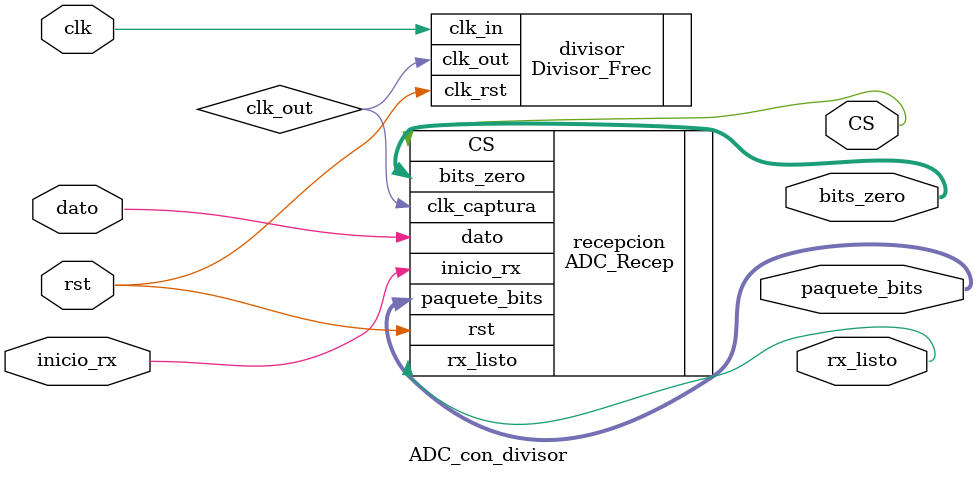
<source format=v>
`timescale 1ns / 1ps
module ADC_con_divisor(

	input wire clk,rst,inicio_rx, dato,
	output wire CS,
	output wire rx_listo,
	output wire [11:0] paquete_bits,
	output wire [3:0] bits_zero
	
    );
	 
wire clk_out;

Divisor_Frec divisor (
    .clk_in(clk), 
    .clk_rst(rst), 
    .clk_out(clk_out)
    );

ADC_Recep recepcion (
    .clk_captura(clk_out), 
    .rst(rst), 
    .inicio_rx(inicio_rx), 
    .dato(dato), 
    .CS(CS), 
    .rx_listo(rx_listo), 
    .paquete_bits(paquete_bits), 
    .bits_zero(bits_zero)
    );


endmodule

</source>
